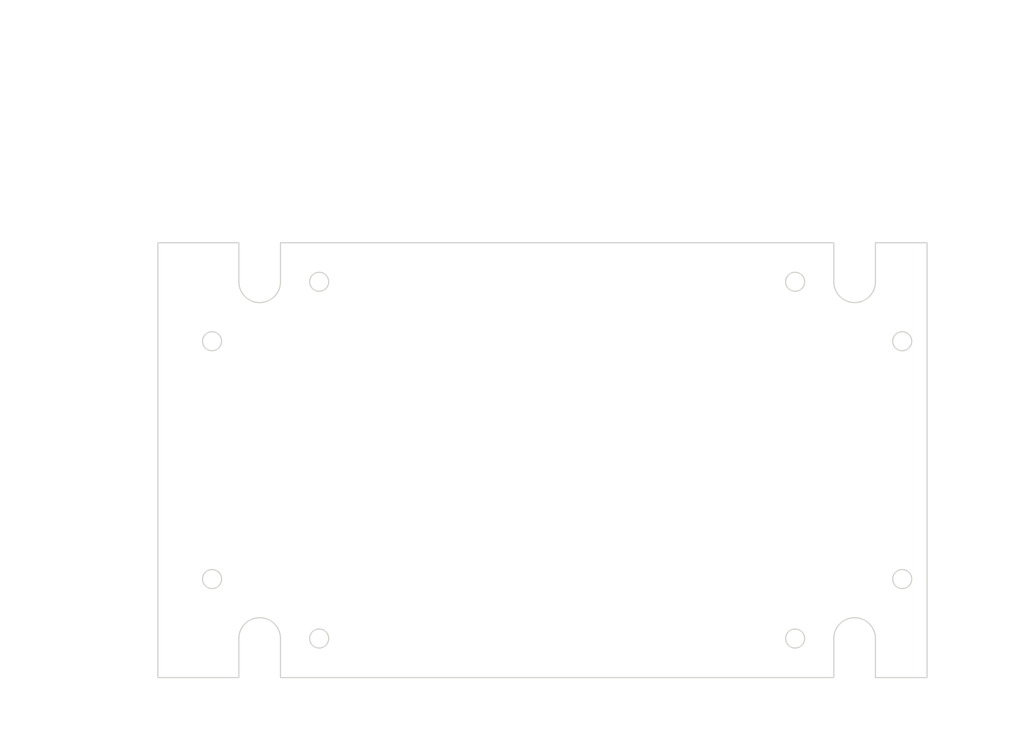
<source format=kicad_pcb>
(kicad_pcb (version 20171130) (host pcbnew "(5.1.0)-1")

  (general
    (thickness 1.6)
    (drawings 93)
    (tracks 0)
    (zones 0)
    (modules 0)
    (nets 1)
  )

  (page A4)
  (layers
    (0 F.Cu signal)
    (31 B.Cu signal)
    (32 B.Adhes user)
    (33 F.Adhes user)
    (34 B.Paste user)
    (35 F.Paste user)
    (36 B.SilkS user)
    (37 F.SilkS user)
    (38 B.Mask user)
    (39 F.Mask user)
    (40 Dwgs.User user)
    (41 Cmts.User user)
    (42 Eco1.User user)
    (43 Eco2.User user)
    (44 Edge.Cuts user)
    (45 Margin user)
    (46 B.CrtYd user)
    (47 F.CrtYd user)
    (48 B.Fab user)
    (49 F.Fab user)
  )

  (setup
    (last_trace_width 0.25)
    (trace_clearance 0.2)
    (zone_clearance 0.508)
    (zone_45_only no)
    (trace_min 0.2)
    (via_size 0.8)
    (via_drill 0.4)
    (via_min_size 0.4)
    (via_min_drill 0.3)
    (uvia_size 0.3)
    (uvia_drill 0.1)
    (uvias_allowed no)
    (uvia_min_size 0.2)
    (uvia_min_drill 0.1)
    (edge_width 0.05)
    (segment_width 0.2)
    (pcb_text_width 0.3)
    (pcb_text_size 1.5 1.5)
    (mod_edge_width 0.12)
    (mod_text_size 1 1)
    (mod_text_width 0.15)
    (pad_size 1.524 1.524)
    (pad_drill 0.762)
    (pad_to_mask_clearance 0.051)
    (solder_mask_min_width 0.25)
    (aux_axis_origin 0 0)
    (visible_elements FFFFFF7F)
    (pcbplotparams
      (layerselection 0x010fc_ffffffff)
      (usegerberextensions false)
      (usegerberattributes false)
      (usegerberadvancedattributes false)
      (creategerberjobfile false)
      (excludeedgelayer true)
      (linewidth 0.152400)
      (plotframeref false)
      (viasonmask false)
      (mode 1)
      (useauxorigin false)
      (hpglpennumber 1)
      (hpglpenspeed 20)
      (hpglpendiameter 15.000000)
      (psnegative false)
      (psa4output false)
      (plotreference true)
      (plotvalue true)
      (plotinvisibletext false)
      (padsonsilk false)
      (subtractmaskfromsilk false)
      (outputformat 1)
      (mirror false)
      (drillshape 1)
      (scaleselection 1)
      (outputdirectory ""))
  )

  (net 0 "")

  (net_class Default "This is the default net class."
    (clearance 0.2)
    (trace_width 0.25)
    (via_dia 0.8)
    (via_drill 0.4)
    (uvia_dia 0.3)
    (uvia_drill 0.1)
  )

  (gr_arc (start 92.163479 -145.502593) (end 88.663479 -145.502593) (angle -180) (layer Edge.Cuts) (width 0.2))
  (gr_line (start 95.663479 -145.502593) (end 95.663479 -152.072414) (layer Edge.Cuts) (width 0.2))
  (gr_line (start 95.663479 -152.072414) (end 188.663479 -152.072414) (layer Edge.Cuts) (width 0.2))
  (gr_line (start 188.663479 -152.072414) (end 188.663479 -145.502593) (layer Edge.Cuts) (width 0.2))
  (gr_arc (start 192.163479 -145.502593) (end 188.663479 -145.502593) (angle -180) (layer Edge.Cuts) (width 0.2))
  (gr_line (start 195.663479 -145.502593) (end 195.663479 -152.072414) (layer Edge.Cuts) (width 0.2))
  (gr_line (start 195.663479 -152.072414) (end 204.336152 -152.072414) (layer Edge.Cuts) (width 0.2))
  (gr_line (start 204.336152 -152.072414) (end 204.336152 -78.932772) (layer Edge.Cuts) (width 0.2))
  (gr_line (start 75.063847 -152.072414) (end 75.063847 -78.932772) (layer Edge.Cuts) (width 0.2))
  (gr_line (start 75.063847 -152.072414) (end 88.663479 -152.072414) (layer Edge.Cuts) (width 0.2))
  (gr_line (start 88.663479 -152.072414) (end 88.663479 -145.502593) (layer Edge.Cuts) (width 0.2))
  (gr_circle (center 84.163479 -135.502593) (end 85.763479 -135.502593) (layer Edge.Cuts) (width 0.2))
  (gr_circle (center 102.163479 -145.502593) (end 103.763479 -145.502593) (layer Edge.Cuts) (width 0.2))
  (gr_circle (center 182.163479 -145.502593) (end 183.763479 -145.502593) (layer Edge.Cuts) (width 0.2))
  (gr_circle (center 200.163479 -135.502593) (end 201.763479 -135.502593) (layer Edge.Cuts) (width 0.2))
  (gr_arc (start 92.163479 -85.502593) (end 95.663479 -85.502593) (angle -180) (layer Edge.Cuts) (width 0.2))
  (gr_line (start 95.663479 -85.502593) (end 95.663479 -78.932772) (layer Edge.Cuts) (width 0.2))
  (gr_line (start 95.663479 -78.932772) (end 188.663479 -78.932772) (layer Edge.Cuts) (width 0.2))
  (gr_line (start 188.663479 -78.932772) (end 188.663479 -85.502593) (layer Edge.Cuts) (width 0.2))
  (gr_arc (start 192.163479 -85.502593) (end 195.663479 -85.502593) (angle -180) (layer Edge.Cuts) (width 0.2))
  (gr_line (start 195.663479 -85.502593) (end 195.663479 -78.932772) (layer Edge.Cuts) (width 0.2))
  (gr_line (start 195.663479 -78.932772) (end 204.336152 -78.932772) (layer Edge.Cuts) (width 0.2))
  (gr_line (start 75.063847 -78.932772) (end 88.663479 -78.932772) (layer Edge.Cuts) (width 0.2))
  (gr_line (start 88.663479 -78.932772) (end 88.663479 -85.502593) (layer Edge.Cuts) (width 0.2))
  (gr_circle (center 84.163479 -95.502593) (end 85.763479 -95.502593) (layer Edge.Cuts) (width 0.2))
  (gr_circle (center 102.163479 -85.502593) (end 103.763479 -85.502593) (layer Edge.Cuts) (width 0.2))
  (gr_circle (center 182.163479 -85.502593) (end 183.763479 -85.502593) (layer Edge.Cuts) (width 0.2))
  (gr_circle (center 200.163479 -95.502593) (end 201.763479 -95.502593) (layer Edge.Cuts) (width 0.2))
  (gr_line (start 200.163479 -95.412593) (end 200.163479 -95.592593) (layer Dwgs.User) (width 0.2))
  (gr_line (start 200.073479 -95.502593) (end 200.253479 -95.502593) (layer Dwgs.User) (width 0.2))
  (gr_text " ∅3.20\n[∅0.13]" (at 215.858337 -90.407244) (layer Dwgs.User)
    (effects (font (size 1.7 1.53) (thickness 0.2125)))
  )
  (gr_line (start 209.321468 -90.407244) (end 203.30934 -93.75229) (layer Dwgs.User) (width 0.2))
  (gr_line (start 211.321468 -90.407244) (end 209.321468 -90.407244) (layer Dwgs.User) (width 0.2))
  (gr_text [3.15] (at 142.163479 -71.923858) (layer Dwgs.User)
    (effects (font (size 1.7 1.53) (thickness 0.2125)))
  )
  (gr_text " 80.00" (at 142.163479 -75.481293) (layer Dwgs.User)
    (effects (font (size 1.7 1.53) (thickness 0.2125)))
  )
  (gr_line (start 180.163479 -73.813319) (end 146.208091 -73.813319) (layer Dwgs.User) (width 0.2))
  (gr_line (start 104.163479 -73.813319) (end 138.118868 -73.813319) (layer Dwgs.User) (width 0.2))
  (gr_line (start 182.163479 -84.502593) (end 182.163479 -70.638319) (layer Dwgs.User) (width 0.2))
  (gr_line (start 102.163479 -84.502593) (end 102.163479 -70.638319) (layer Dwgs.User) (width 0.2))
  (gr_text [3.66] (at 142.163479 -166.182953) (layer Dwgs.User)
    (effects (font (size 1.7 1.53) (thickness 0.2125)))
  )
  (gr_text " 93.00" (at 142.163479 -169.740968) (layer Dwgs.User)
    (effects (font (size 1.7 1.53) (thickness 0.2125)))
  )
  (gr_line (start 186.663479 -168.072414) (end 146.208091 -168.072414) (layer Dwgs.User) (width 0.2))
  (gr_line (start 97.663479 -168.072414) (end 138.118868 -168.072414) (layer Dwgs.User) (width 0.2))
  (gr_line (start 188.663479 -153.072414) (end 188.663479 -171.247414) (layer Dwgs.User) (width 0.2))
  (gr_line (start 95.663479 -153.072414) (end 95.663479 -171.247414) (layer Dwgs.User) (width 0.2))
  (gr_text [.71] (at 93.163479 -71.649592) (layer Dwgs.User)
    (effects (font (size 1.7 1.53) (thickness 0.2125)))
  )
  (gr_text " 18.00" (at 93.163479 -75.207027) (layer Dwgs.User)
    (effects (font (size 1.7 1.53) (thickness 0.2125)))
  )
  (gr_line (start 100.163479 -73.539053) (end 97.208091 -73.539053) (layer Dwgs.User) (width 0.2))
  (gr_line (start 86.163479 -73.539053) (end 89.118868 -73.539053) (layer Dwgs.User) (width 0.2))
  (gr_line (start 102.163479 -84.502593) (end 102.163479 -70.364053) (layer Dwgs.User) (width 0.2))
  (gr_line (start 84.163479 -94.502593) (end 84.163479 -70.364053) (layer Dwgs.User) (width 0.2))
  (gr_text [.40] (at 111.692362 -156.155286) (layer Dwgs.User)
    (effects (font (size 1.7 1.53) (thickness 0.2125)))
  )
  (gr_text " 10.07" (at 111.692362 -159.712721) (layer Dwgs.User)
    (effects (font (size 1.7 1.53) (thickness 0.2125)))
  )
  (gr_line (start 105.644852 -158.044747) (end 107.644852 -158.044747) (layer Dwgs.User) (width 0.2))
  (gr_line (start 105.644852 -152.072414) (end 105.644852 -158.044747) (layer Dwgs.User) (width 0.2))
  (gr_line (start 105.644852 -144.002593) (end 105.644852 -150.072414) (layer Dwgs.User) (width 0.2))
  (gr_line (start 93.163479 -142.002593) (end 108.819852 -142.002593) (layer Dwgs.User) (width 0.2))
  (gr_text [.28] (at 101.528914 -160.182953) (layer Dwgs.User)
    (effects (font (size 1.7 1.53) (thickness 0.2125)))
  )
  (gr_text " 7.00" (at 101.528914 -163.740388) (layer Dwgs.User)
    (effects (font (size 1.7 1.53) (thickness 0.2125)))
  )
  (gr_line (start 95.663479 -162.072414) (end 98.144705 -162.072414) (layer Dwgs.User) (width 0.2))
  (gr_line (start 90.663479 -162.072414) (end 93.663479 -162.072414) (layer Dwgs.User) (width 0.2))
  (gr_line (start 88.663479 -153.072414) (end 88.663479 -165.247414) (layer Dwgs.User) (width 0.2))
  (gr_line (start 95.663479 -153.072414) (end 95.663479 -165.247414) (layer Dwgs.User) (width 0.2))
  (gr_text [.54] (at 81.863663 -155.875582) (layer Dwgs.User)
    (effects (font (size 1.7 1.53) (thickness 0.2125)))
  )
  (gr_text " 13.60" (at 81.863663 -159.430118) (layer Dwgs.User)
    (effects (font (size 1.7 1.53) (thickness 0.2125)))
  )
  (gr_line (start 86.663479 -157.761564) (end 85.908274 -157.761564) (layer Dwgs.User) (width 0.2))
  (gr_line (start 77.063847 -157.761564) (end 77.819052 -157.761564) (layer Dwgs.User) (width 0.2))
  (gr_line (start 88.663479 -153.072414) (end 88.663479 -160.936564) (layer Dwgs.User) (width 0.2))
  (gr_line (start 75.063847 -153.072414) (end 75.063847 -160.936564) (layer Dwgs.User) (width 0.2))
  (gr_text [5.09] (at 139.699999 -187.732156) (layer Dwgs.User)
    (effects (font (size 1.7 1.53) (thickness 0.2125)))
  )
  (gr_text " 129.27" (at 139.699999 -191.289591) (layer Dwgs.User)
    (effects (font (size 1.7 1.53) (thickness 0.2125)))
  )
  (gr_line (start 202.336152 -189.621617) (end 144.407912 -189.621617) (layer Dwgs.User) (width 0.2))
  (gr_line (start 77.063847 -189.621617) (end 134.992087 -189.621617) (layer Dwgs.User) (width 0.2))
  (gr_line (start 204.336152 -153.072414) (end 204.336152 -192.796617) (layer Dwgs.User) (width 0.2))
  (gr_line (start 75.063847 -153.072414) (end 75.063847 -192.796617) (layer Dwgs.User) (width 0.2))
  (gr_text [2.36] (at 62.163479 -113.613132) (layer Dwgs.User)
    (effects (font (size 1.7 1.53) (thickness 0.2125)))
  )
  (gr_text " 60.00" (at 62.163479 -117.170567) (layer Dwgs.User)
    (effects (font (size 1.7 1.53) (thickness 0.2125)))
  )
  (gr_line (start 62.163479 -87.502593) (end 62.163479 -111.945158) (layer Dwgs.User) (width 0.2))
  (gr_line (start 62.163479 -143.502593) (end 62.163479 -119.060029) (layer Dwgs.User) (width 0.2))
  (gr_line (start 101.163479 -85.502593) (end 58.988479 -85.502593) (layer Dwgs.User) (width 0.2))
  (gr_line (start 101.163479 -145.502593) (end 58.988479 -145.502593) (layer Dwgs.User) (width 0.2))
  (gr_text [1.57] (at 70.479392 -113.613132) (layer Dwgs.User)
    (effects (font (size 1.7 1.53) (thickness 0.2125)))
  )
  (gr_text " 40.00" (at 70.479392 -117.170567) (layer Dwgs.User)
    (effects (font (size 1.7 1.53) (thickness 0.2125)))
  )
  (gr_line (start 70.479392 -97.502593) (end 70.479392 -111.945158) (layer Dwgs.User) (width 0.2))
  (gr_line (start 70.479392 -133.502593) (end 70.479392 -119.060029) (layer Dwgs.User) (width 0.2))
  (gr_line (start 83.163479 -95.502593) (end 67.304392 -95.502593) (layer Dwgs.User) (width 0.2))
  (gr_line (start 83.163479 -135.502593) (end 67.304392 -135.502593) (layer Dwgs.User) (width 0.2))
  (gr_text [2.88] (at 52.548763 -113.613132) (layer Dwgs.User)
    (effects (font (size 1.7 1.53) (thickness 0.2125)))
  )
  (gr_text " 73.14" (at 52.548763 -117.171147) (layer Dwgs.User)
    (effects (font (size 1.7 1.53) (thickness 0.2125)))
  )
  (gr_line (start 52.548763 -80.932772) (end 52.548763 -111.944578) (layer Dwgs.User) (width 0.2))
  (gr_line (start 52.548763 -150.072414) (end 52.548763 -119.060608) (layer Dwgs.User) (width 0.2))
  (gr_line (start 74.063847 -78.932772) (end 49.373763 -78.932772) (layer Dwgs.User) (width 0.2))
  (gr_line (start 74.063847 -152.072414) (end 49.373763 -152.072414) (layer Dwgs.User) (width 0.2))

)

</source>
